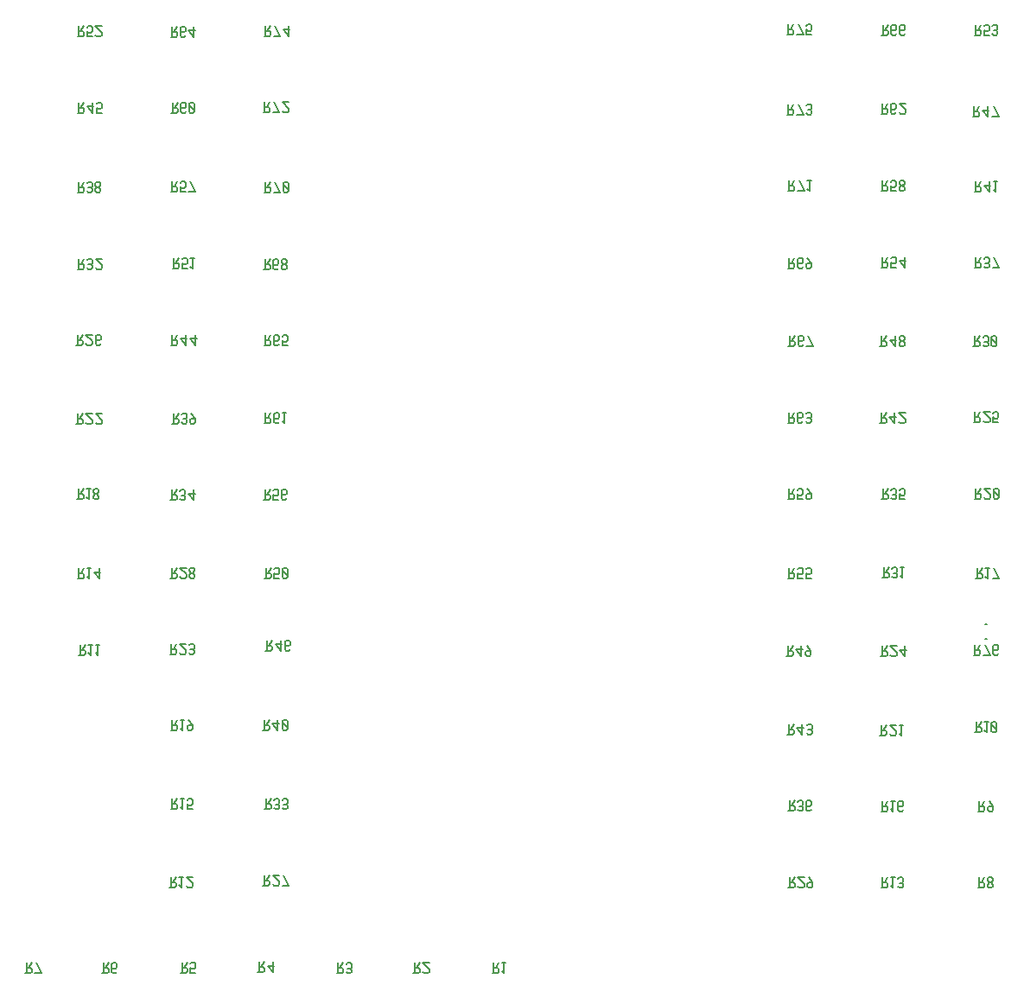
<source format=gbr>
G04 start of page 10 for group 12 layer_idx 9 *
G04 Title: liplight-art, bottom_silk *
G04 Creator: pcb-rnd 2.0.0 *
G04 CreationDate: 2018-08-04 21:30:55 UTC *
G04 For:  *
G04 Format: Gerber/RS-274X *
G04 PCB-Dimensions: 506299 506299 *
G04 PCB-Coordinate-Origin: lower left *
%MOIN*%
%FSLAX25Y25*%
%LNBOTTOMSILK*%
%ADD41C,0.0070*%
%ADD40C,0.0080*%
G54D40*X454587Y189606D02*X455373D01*
X454587Y195116D02*X455373D01*
G54D41*X104527Y422052D02*X106527D01*
X107027Y422552D01*
Y423552D01*
X106527Y424052D02*X107027Y423552D01*
X105027Y424052D02*X106527D01*
X105027Y422052D02*Y426052D01*
X105827Y424052D02*X107027Y426052D01*
X108227Y422052D02*X110227D01*
X108227D02*Y424052D01*
X108727Y423552D01*
X109727D01*
X110227Y424052D01*
Y425552D01*
X109727Y426052D02*X110227Y425552D01*
X108727Y426052D02*X109727D01*
X108227Y425552D02*X108727Y426052D01*
X111427Y422552D02*X111927Y422052D01*
X113427D01*
X113927Y422552D01*
Y423552D01*
X111427Y426052D02*X113927Y423552D01*
X111427Y426052D02*X113927D01*
X140531Y421868D02*X142531D01*
X143031Y422368D01*
Y423368D01*
X142531Y423868D02*X143031Y423368D01*
X141031Y423868D02*X142531D01*
X141031Y421868D02*Y425868D01*
X141831Y423868D02*X143031Y425868D01*
X145731Y421868D02*X146231Y422368D01*
X144731Y421868D02*X145731D01*
X144231Y422368D02*X144731Y421868D01*
X144231Y422368D02*Y425368D01*
X144731Y425868D01*
X145731Y423668D02*X146231Y424168D01*
X144231Y423668D02*X145731D01*
X144731Y425868D02*X145731D01*
X146231Y425368D01*
Y424168D02*Y425368D01*
X147431Y424368D02*X149431Y421868D01*
X147431Y424368D02*X149931D01*
X149431Y421868D02*Y425868D01*
X104527Y392524D02*X106527D01*
X107027Y393024D01*
Y394024D01*
X106527Y394524D02*X107027Y394024D01*
X105027Y394524D02*X106527D01*
X105027Y392524D02*Y396524D01*
X105827Y394524D02*X107027Y396524D01*
X108227Y395024D02*X110227Y392524D01*
X108227Y395024D02*X110727D01*
X110227Y392524D02*Y396524D01*
X111927Y392524D02*X113927D01*
X111927D02*Y394524D01*
X112427Y394024D01*
X113427D01*
X113927Y394524D01*
Y396024D01*
X113427Y396524D02*X113927Y396024D01*
X112427Y396524D02*X113427D01*
X111927Y396024D02*X112427Y396524D01*
X104564Y361852D02*X106564D01*
X107064Y362352D01*
Y363352D01*
X106564Y363852D02*X107064Y363352D01*
X105064Y363852D02*X106564D01*
X105064Y361852D02*Y365852D01*
X105864Y363852D02*X107064Y365852D01*
X108265Y362352D02*X108765Y361852D01*
X109765D01*
X110265Y362352D01*
X109765Y365852D02*X110265Y365352D01*
X108765Y365852D02*X109765D01*
X108265Y365352D02*X108765Y365852D01*
Y363652D02*X109765D01*
X110265Y362352D02*Y363152D01*
Y364152D02*Y365352D01*
Y364152D02*X109765Y363652D01*
X110265Y363152D02*X109765Y363652D01*
X111465Y365352D02*X111965Y365852D01*
X111465Y364552D02*Y365352D01*
Y364552D02*X112165Y363852D01*
X112765D01*
X113465Y364552D01*
Y365352D01*
X112965Y365852D02*X113465Y365352D01*
X111965Y365852D02*X112965D01*
X111465Y363152D02*X112165Y363852D01*
X111465Y362352D02*Y363152D01*
Y362352D02*X111965Y361852D01*
X112965D01*
X113465Y362352D01*
Y363152D01*
X112765Y363852D02*X113465Y363152D01*
X176543Y422146D02*X178543D01*
X179043Y422646D01*
Y423646D01*
X178543Y424146D02*X179043Y423646D01*
X177043Y424146D02*X178543D01*
X177043Y422146D02*Y426146D01*
X177843Y424146D02*X179043Y426146D01*
X180743D02*X182743Y422146D01*
X180243D02*X182743D01*
X183943Y424646D02*X185943Y422146D01*
X183943Y424646D02*X186443D01*
X185943Y422146D02*Y426146D01*
X140704Y392619D02*X142704D01*
X143204Y393119D01*
Y394119D01*
X142704Y394619D02*X143204Y394119D01*
X141204Y394619D02*X142704D01*
X141204Y392619D02*Y396619D01*
X142004Y394619D02*X143204Y396619D01*
X145904Y392619D02*X146404Y393119D01*
X144904Y392619D02*X145904D01*
X144404Y393119D02*X144904Y392619D01*
X144404Y393119D02*Y396119D01*
X144904Y396619D01*
X145904Y394419D02*X146404Y394919D01*
X144404Y394419D02*X145904D01*
X144904Y396619D02*X145904D01*
X146404Y396119D01*
Y394919D02*Y396119D01*
X147604D02*X148104Y396619D01*
X147604Y393119D02*Y396119D01*
Y393119D02*X148104Y392619D01*
X149104D01*
X149604Y393119D01*
Y396119D01*
X149104Y396619D02*X149604Y396119D01*
X148104Y396619D02*X149104D01*
X147604Y395619D02*X149604Y393619D01*
X176276Y392647D02*X178276D01*
X178776Y393147D01*
Y394147D01*
X178276Y394647D02*X178776Y394147D01*
X176776Y394647D02*X178276D01*
X176776Y392647D02*Y396647D01*
X177576Y394647D02*X178776Y396647D01*
X180476D02*X182476Y392647D01*
X179976D02*X182476D01*
X183676Y393147D02*X184176Y392647D01*
X185676D01*
X186176Y393147D01*
Y394147D01*
X183676Y396647D02*X186176Y394147D01*
X183676Y396647D02*X186176D01*
X378334Y391867D02*X380334D01*
X380834Y392367D01*
Y393367D01*
X380334Y393867D02*X380834Y393367D01*
X378834Y393867D02*X380334D01*
X378834Y391867D02*Y395867D01*
X379634Y393867D02*X380834Y395867D01*
X382534D02*X384534Y391867D01*
X382034D02*X384534D01*
X385734Y392367D02*X386234Y391867D01*
X387234D01*
X387734Y392367D01*
X387234Y395867D02*X387734Y395367D01*
X386234Y395867D02*X387234D01*
X385734Y395367D02*X386234Y395867D01*
Y393667D02*X387234D01*
X387734Y392367D02*Y393167D01*
Y394167D02*Y395367D01*
Y394167D02*X387234Y393667D01*
X387734Y393167D02*X387234Y393667D01*
X449976Y391055D02*X451976D01*
X452476Y391555D01*
Y392555D01*
X451976Y393055D02*X452476Y392555D01*
X450476Y393055D02*X451976D01*
X450476Y391055D02*Y395055D01*
X451276Y393055D02*X452476Y395055D01*
X453676Y393555D02*X455676Y391055D01*
X453676Y393555D02*X456176D01*
X455676Y391055D02*Y395055D01*
X457876D02*X459876Y391055D01*
X457376D02*X459876D01*
X414650Y392149D02*X416650D01*
X417150Y392649D01*
Y393649D01*
X416650Y394149D02*X417150Y393649D01*
X415150Y394149D02*X416650D01*
X415150Y392149D02*Y396149D01*
X415950Y394149D02*X417150Y396149D01*
X419850Y392149D02*X420350Y392649D01*
X418850Y392149D02*X419850D01*
X418350Y392649D02*X418850Y392149D01*
X418350Y392649D02*Y395649D01*
X418850Y396149D01*
X419850Y393949D02*X420350Y394449D01*
X418350Y393949D02*X419850D01*
X418850Y396149D02*X419850D01*
X420350Y395649D01*
Y394449D02*Y395649D01*
X421550Y392649D02*X422050Y392149D01*
X423550D01*
X424050Y392649D01*
Y393649D01*
X421550Y396149D02*X424050Y393649D01*
X421550Y396149D02*X424050D01*
X378329Y422776D02*X380329D01*
X380829Y423276D01*
Y424276D01*
X380329Y424776D02*X380829Y424276D01*
X378829Y424776D02*X380329D01*
X378829Y422776D02*Y426776D01*
X379629Y424776D02*X380829Y426776D01*
X382529D02*X384529Y422776D01*
X382029D02*X384529D01*
X385729D02*X387729D01*
X385729D02*Y424776D01*
X386229Y424276D01*
X387229D01*
X387729Y424776D01*
Y426276D01*
X387229Y426776D02*X387729Y426276D01*
X386229Y426776D02*X387229D01*
X385729Y426276D02*X386229Y426776D01*
X414820Y422605D02*X416820D01*
X417320Y423105D01*
Y424105D01*
X416820Y424605D02*X417320Y424105D01*
X415320Y424605D02*X416820D01*
X415320Y422605D02*Y426605D01*
X416120Y424605D02*X417320Y426605D01*
X420020Y422605D02*X420520Y423105D01*
X419020Y422605D02*X420020D01*
X418520Y423105D02*X419020Y422605D01*
X418520Y423105D02*Y426105D01*
X419020Y426605D01*
X420020Y424405D02*X420520Y424905D01*
X418520Y424405D02*X420020D01*
X419020Y426605D02*X420020D01*
X420520Y426105D01*
Y424905D02*Y426105D01*
X423220Y422605D02*X423720Y423105D01*
X422220Y422605D02*X423220D01*
X421720Y423105D02*X422220Y422605D01*
X421720Y423105D02*Y426105D01*
X422220Y426605D01*
X423220Y424405D02*X423720Y424905D01*
X421720Y424405D02*X423220D01*
X422220Y426605D02*X423220D01*
X423720Y426105D01*
Y424905D02*Y426105D01*
X450576Y422555D02*X452576D01*
X453076Y423055D01*
Y424055D01*
X452576Y424555D02*X453076Y424055D01*
X451076Y424555D02*X452576D01*
X451076Y422555D02*Y426555D01*
X451876Y424555D02*X453076Y426555D01*
X454276Y422555D02*X456276D01*
X454276D02*Y424555D01*
X454776Y424055D01*
X455776D01*
X456276Y424555D01*
Y426055D01*
X455776Y426555D02*X456276Y426055D01*
X454776Y426555D02*X455776D01*
X454276Y426055D02*X454776Y426555D01*
X457476Y423055D02*X457976Y422555D01*
X458976D01*
X459476Y423055D01*
X458976Y426555D02*X459476Y426055D01*
X457976Y426555D02*X458976D01*
X457476Y426055D02*X457976Y426555D01*
Y424355D02*X458976D01*
X459476Y423055D02*Y423855D01*
Y424855D02*Y426055D01*
Y424855D02*X458976Y424355D01*
X459476Y423855D02*X458976Y424355D01*
X140621Y361984D02*X142621D01*
X143121Y362484D01*
Y363484D01*
X142621Y363984D02*X143121Y363484D01*
X141121Y363984D02*X142621D01*
X141121Y361984D02*Y365984D01*
X141921Y363984D02*X143121Y365984D01*
X144321Y361984D02*X146321D01*
X144321D02*Y363984D01*
X144821Y363484D01*
X145821D01*
X146321Y363984D01*
Y365484D01*
X145821Y365984D02*X146321Y365484D01*
X144821Y365984D02*X145821D01*
X144321Y365484D02*X144821Y365984D01*
X148021D02*X150021Y361984D01*
X147521D02*X150021D01*
X176548Y361857D02*X178548D01*
X179048Y362357D01*
Y363357D01*
X178548Y363857D02*X179048Y363357D01*
X177048Y363857D02*X178548D01*
X177048Y361857D02*Y365857D01*
X177848Y363857D02*X179048Y365857D01*
X180748D02*X182748Y361857D01*
X180248D02*X182748D01*
X183948Y365357D02*X184448Y365857D01*
X183948Y362357D02*Y365357D01*
Y362357D02*X184448Y361857D01*
X185448D01*
X185948Y362357D01*
Y365357D01*
X185448Y365857D02*X185948Y365357D01*
X184448Y365857D02*X185448D01*
X183948Y364857D02*X185948Y362857D01*
X378679Y362316D02*X380679D01*
X381179Y362816D01*
Y363816D01*
X380679Y364316D02*X381179Y363816D01*
X379179Y364316D02*X380679D01*
X379179Y362316D02*Y366316D01*
X379979Y364316D02*X381179Y366316D01*
X382879D02*X384879Y362316D01*
X382379D02*X384879D01*
X386079Y363116D02*X386879Y362316D01*
Y366316D01*
X386079D02*X387579D01*
X414649Y362335D02*X416649D01*
X417149Y362835D01*
Y363835D01*
X416649Y364335D02*X417149Y363835D01*
X415149Y364335D02*X416649D01*
X415149Y362335D02*Y366335D01*
X415949Y364335D02*X417149Y366335D01*
X418349Y362335D02*X420349D01*
X418349D02*Y364335D01*
X418849Y363835D01*
X419849D01*
X420349Y364335D01*
Y365835D01*
X419849Y366335D02*X420349Y365835D01*
X418849Y366335D02*X419849D01*
X418349Y365835D02*X418849Y366335D01*
X421549Y365835D02*X422049Y366335D01*
X421549Y365035D02*Y365835D01*
Y365035D02*X422249Y364335D01*
X422849D01*
X423549Y365035D01*
Y365835D01*
X423049Y366335D02*X423549Y365835D01*
X422049Y366335D02*X423049D01*
X421549Y363635D02*X422249Y364335D01*
X421549Y362835D02*Y363635D01*
Y362835D02*X422049Y362335D01*
X423049D01*
X423549Y362835D01*
Y363635D01*
X422849Y364335D02*X423549Y363635D01*
X450576Y362064D02*X452576D01*
X453076Y362564D01*
Y363564D01*
X452576Y364064D02*X453076Y363564D01*
X451076Y364064D02*X452576D01*
X451076Y362064D02*Y366064D01*
X451876Y364064D02*X453076Y366064D01*
X454276Y364564D02*X456276Y362064D01*
X454276Y364564D02*X456776D01*
X456276Y362064D02*Y366064D01*
X457976Y362864D02*X458776Y362064D01*
Y366064D01*
X457976D02*X459476D01*
X104639Y332227D02*X106639D01*
X107139Y332727D01*
Y333727D01*
X106639Y334227D02*X107139Y333727D01*
X105139Y334227D02*X106639D01*
X105139Y332227D02*Y336227D01*
X105939Y334227D02*X107139Y336227D01*
X108339Y332727D02*X108839Y332227D01*
X109839D01*
X110339Y332727D01*
X109839Y336227D02*X110339Y335727D01*
X108839Y336227D02*X109839D01*
X108339Y335727D02*X108839Y336227D01*
Y334027D02*X109839D01*
X110339Y332727D02*Y333527D01*
Y334527D02*Y335727D01*
Y334527D02*X109839Y334027D01*
X110339Y333527D02*X109839Y334027D01*
X111539Y332727D02*X112039Y332227D01*
X113539D01*
X114039Y332727D01*
Y333727D01*
X111539Y336227D02*X114039Y333727D01*
X111539Y336227D02*X114039D01*
X141220Y332485D02*X143220D01*
X143720Y332985D01*
Y333985D01*
X143220Y334485D02*X143720Y333985D01*
X141720Y334485D02*X143220D01*
X141720Y332485D02*Y336485D01*
X142520Y334485D02*X143720Y336485D01*
X144920Y332485D02*X146920D01*
X144920D02*Y334485D01*
X145420Y333985D01*
X146420D01*
X146920Y334485D01*
Y335985D01*
X146420Y336485D02*X146920Y335985D01*
X145420Y336485D02*X146420D01*
X144920Y335985D02*X145420Y336485D01*
X148120Y333285D02*X148920Y332485D01*
Y336485D01*
X148120D02*X149620D01*
X104133Y302957D02*X106133D01*
X106633Y303457D01*
Y304457D01*
X106133Y304957D02*X106633Y304457D01*
X104633Y304957D02*X106133D01*
X104633Y302957D02*Y306957D01*
X105433Y304957D02*X106633Y306957D01*
X107833Y303457D02*X108333Y302957D01*
X109833D01*
X110333Y303457D01*
Y304457D01*
X107833Y306957D02*X110333Y304457D01*
X107833Y306957D02*X110333D01*
X113033Y302957D02*X113533Y303457D01*
X112033Y302957D02*X113033D01*
X111533Y303457D02*X112033Y302957D01*
X111533Y303457D02*Y306457D01*
X112033Y306957D01*
X113033Y304757D02*X113533Y305257D01*
X111533Y304757D02*X113033D01*
X112033Y306957D02*X113033D01*
X113533Y306457D01*
Y305257D02*Y306457D01*
X140630Y302957D02*X142630D01*
X143130Y303457D01*
Y304457D01*
X142630Y304957D02*X143130Y304457D01*
X141130Y304957D02*X142630D01*
X141130Y302957D02*Y306957D01*
X141930Y304957D02*X143130Y306957D01*
X144330Y305457D02*X146330Y302957D01*
X144330Y305457D02*X146830D01*
X146330Y302957D02*Y306957D01*
X148030Y305457D02*X150030Y302957D01*
X148030Y305457D02*X150530D01*
X150030Y302957D02*Y306957D01*
X104139Y272306D02*X106139D01*
X106639Y272806D01*
Y273806D01*
X106139Y274306D02*X106639Y273806D01*
X104639Y274306D02*X106139D01*
X104639Y272306D02*Y276306D01*
X105439Y274306D02*X106639Y276306D01*
X107839Y272806D02*X108339Y272306D01*
X109839D01*
X110339Y272806D01*
Y273806D01*
X107839Y276306D02*X110339Y273806D01*
X107839Y276306D02*X110339D01*
X111539Y272806D02*X112039Y272306D01*
X113539D01*
X114039Y272806D01*
Y273806D01*
X111539Y276306D02*X114039Y273806D01*
X111539Y276306D02*X114039D01*
X141061Y272568D02*X143061D01*
X143561Y273068D01*
Y274068D01*
X143061Y274568D02*X143561Y274068D01*
X141561Y274568D02*X143061D01*
X141561Y272568D02*Y276568D01*
X142361Y274568D02*X143561Y276568D01*
X144761Y273068D02*X145261Y272568D01*
X146261D01*
X146761Y273068D01*
X146261Y276568D02*X146761Y276068D01*
X145261Y276568D02*X146261D01*
X144761Y276068D02*X145261Y276568D01*
Y274368D02*X146261D01*
X146761Y273068D02*Y273868D01*
Y274868D02*Y276068D01*
Y274868D02*X146261Y274368D01*
X146761Y273868D02*X146261Y274368D01*
X148461Y276568D02*X149961Y274568D01*
Y273068D02*Y274568D01*
X149461Y272568D02*X149961Y273068D01*
X148461Y272568D02*X149461D01*
X147961Y273068D02*X148461Y272568D01*
X147961Y273068D02*Y274068D01*
X148461Y274568D01*
X149961D01*
X140465Y243051D02*X142465D01*
X142965Y243551D01*
Y244551D01*
X142465Y245051D02*X142965Y244551D01*
X140965Y245051D02*X142465D01*
X140965Y243051D02*Y247051D01*
X141765Y245051D02*X142965Y247051D01*
X144165Y243551D02*X144665Y243051D01*
X145665D01*
X146165Y243551D01*
X145665Y247051D02*X146165Y246551D01*
X144665Y247051D02*X145665D01*
X144165Y246551D02*X144665Y247051D01*
Y244851D02*X145665D01*
X146165Y243551D02*Y244351D01*
Y245351D02*Y246551D01*
Y245351D02*X145665Y244851D01*
X146165Y244351D02*X145665Y244851D01*
X147365Y245551D02*X149365Y243051D01*
X147365Y245551D02*X149865D01*
X149365Y243051D02*Y247051D01*
X104370Y243312D02*X106370D01*
X106870Y243812D01*
Y244812D01*
X106370Y245312D02*X106870Y244812D01*
X104870Y245312D02*X106370D01*
X104870Y243312D02*Y247312D01*
X105670Y245312D02*X106870Y247312D01*
X108070Y244112D02*X108870Y243312D01*
Y247312D01*
X108070D02*X109570D01*
X110770Y246812D02*X111270Y247312D01*
X110770Y246012D02*Y246812D01*
Y246012D02*X111470Y245312D01*
X112070D01*
X112770Y246012D01*
Y246812D01*
X112270Y247312D02*X112770Y246812D01*
X111270Y247312D02*X112270D01*
X110770Y244612D02*X111470Y245312D01*
X110770Y243812D02*Y244612D01*
Y243812D02*X111270Y243312D01*
X112270D01*
X112770Y243812D01*
Y244612D01*
X112070Y245312D02*X112770Y244612D01*
X140392Y212955D02*X142392D01*
X142892Y213455D01*
Y214455D01*
X142392Y214955D02*X142892Y214455D01*
X140892Y214955D02*X142392D01*
X140892Y212955D02*Y216955D01*
X141692Y214955D02*X142892Y216955D01*
X144092Y213455D02*X144592Y212955D01*
X146092D01*
X146592Y213455D01*
Y214455D01*
X144092Y216955D02*X146592Y214455D01*
X144092Y216955D02*X146592D01*
X147792Y216455D02*X148292Y216955D01*
X147792Y215655D02*Y216455D01*
Y215655D02*X148492Y214955D01*
X149092D01*
X149792Y215655D01*
Y216455D01*
X149292Y216955D02*X149792Y216455D01*
X148292Y216955D02*X149292D01*
X147792Y214255D02*X148492Y214955D01*
X147792Y213455D02*Y214255D01*
Y213455D02*X148292Y212955D01*
X149292D01*
X149792Y213455D01*
Y214255D01*
X149092Y214955D02*X149792Y214255D01*
X104590Y212781D02*X106590D01*
X107090Y213281D01*
Y214281D01*
X106590Y214781D02*X107090Y214281D01*
X105090Y214781D02*X106590D01*
X105090Y212781D02*Y216781D01*
X105890Y214781D02*X107090Y216781D01*
X108290Y213581D02*X109090Y212781D01*
Y216781D01*
X108290D02*X109790D01*
X110990Y215281D02*X112990Y212781D01*
X110990Y215281D02*X113490D01*
X112990Y212781D02*Y216781D01*
X105150Y183208D02*X107150D01*
X107650Y183708D01*
Y184708D01*
X107150Y185208D02*X107650Y184708D01*
X105650Y185208D02*X107150D01*
X105650Y183208D02*Y187208D01*
X106450Y185208D02*X107650Y187208D01*
X108850Y184008D02*X109650Y183208D01*
Y187208D01*
X108850D02*X110350D01*
X111550Y184008D02*X112350Y183208D01*
Y187208D01*
X111550D02*X113050D01*
X114111Y60386D02*X116111D01*
X116611Y60886D01*
Y61886D01*
X116111Y62386D02*X116611Y61886D01*
X114611Y62386D02*X116111D01*
X114611Y60386D02*Y64386D01*
X115411Y62386D02*X116611Y64386D01*
X119311Y60386D02*X119811Y60886D01*
X118311Y60386D02*X119311D01*
X117811Y60886D02*X118311Y60386D01*
X117811Y60886D02*Y63886D01*
X118311Y64386D01*
X119311Y62186D02*X119811Y62686D01*
X117811Y62186D02*X119311D01*
X118311Y64386D02*X119311D01*
X119811Y63886D01*
Y62686D02*Y63886D01*
X84448Y60331D02*X86448D01*
X86948Y60831D01*
Y61831D01*
X86448Y62331D02*X86948Y61831D01*
X84948Y62331D02*X86448D01*
X84948Y60331D02*Y64331D01*
X85748Y62331D02*X86948Y64331D01*
X88648D02*X90648Y60331D01*
X88148D02*X90648D01*
X140253Y183522D02*X142253D01*
X142753Y184022D01*
Y185022D01*
X142253Y185522D02*X142753Y185022D01*
X140753Y185522D02*X142253D01*
X140753Y183522D02*Y187522D01*
X141553Y185522D02*X142753Y187522D01*
X143953Y184022D02*X144453Y183522D01*
X145953D01*
X146453Y184022D01*
Y185022D01*
X143953Y187522D02*X146453Y185022D01*
X143953Y187522D02*X146453D01*
X147653Y184022D02*X148153Y183522D01*
X149153D01*
X149653Y184022D01*
X149153Y187522D02*X149653Y187022D01*
X148153Y187522D02*X149153D01*
X147653Y187022D02*X148153Y187522D01*
Y185322D02*X149153D01*
X149653Y184022D02*Y184822D01*
Y185822D02*Y187022D01*
Y185822D02*X149153Y185322D01*
X149653Y184822D02*X149153Y185322D01*
X140572Y154166D02*X142572D01*
X143072Y154666D01*
Y155666D01*
X142572Y156166D02*X143072Y155666D01*
X141072Y156166D02*X142572D01*
X141072Y154166D02*Y158166D01*
X141872Y156166D02*X143072Y158166D01*
X144272Y154966D02*X145072Y154166D01*
Y158166D01*
X144272D02*X145772D01*
X147472D02*X148972Y156166D01*
Y154666D02*Y156166D01*
X148472Y154166D02*X148972Y154666D01*
X147472Y154166D02*X148472D01*
X146972Y154666D02*X147472Y154166D01*
X146972Y154666D02*Y155666D01*
X147472Y156166D01*
X148972D01*
X140536Y123686D02*X142536D01*
X143036Y124186D01*
Y125186D01*
X142536Y125686D02*X143036Y125186D01*
X141036Y125686D02*X142536D01*
X141036Y123686D02*Y127686D01*
X141836Y125686D02*X143036Y127686D01*
X144236Y124486D02*X145036Y123686D01*
Y127686D01*
X144236D02*X145736D01*
X146936Y123686D02*X148936D01*
X146936D02*Y125686D01*
X147436Y125186D01*
X148436D01*
X148936Y125686D01*
Y127186D01*
X148436Y127686D02*X148936Y127186D01*
X147436Y127686D02*X148436D01*
X146936Y127186D02*X147436Y127686D01*
X140137Y93551D02*X142137D01*
X142637Y94051D01*
Y95051D01*
X142137Y95551D02*X142637Y95051D01*
X140637Y95551D02*X142137D01*
X140637Y93551D02*Y97551D01*
X141437Y95551D02*X142637Y97551D01*
X143837Y94351D02*X144637Y93551D01*
Y97551D01*
X143837D02*X145337D01*
X146537Y94051D02*X147037Y93551D01*
X148537D01*
X149037Y94051D01*
Y95051D01*
X146537Y97551D02*X149037Y95051D01*
X146537Y97551D02*X149037D01*
X144476Y60562D02*X146476D01*
X146976Y61062D01*
Y62062D01*
X146476Y62562D02*X146976Y62062D01*
X144976Y62562D02*X146476D01*
X144976Y60562D02*Y64562D01*
X145776Y62562D02*X146976Y64562D01*
X148176Y60562D02*X150176D01*
X148176D02*Y62562D01*
X148676Y62062D01*
X149676D01*
X150176Y62562D01*
Y64062D01*
X149676Y64562D02*X150176Y64062D01*
X148676Y64562D02*X149676D01*
X148176Y64062D02*X148676Y64562D01*
X176452Y332079D02*X178452D01*
X178952Y332579D01*
Y333579D01*
X178452Y334079D02*X178952Y333579D01*
X176952Y334079D02*X178452D01*
X176952Y332079D02*Y336079D01*
X177752Y334079D02*X178952Y336079D01*
X181652Y332079D02*X182152Y332579D01*
X180652Y332079D02*X181652D01*
X180152Y332579D02*X180652Y332079D01*
X180152Y332579D02*Y335579D01*
X180652Y336079D01*
X181652Y333879D02*X182152Y334379D01*
X180152Y333879D02*X181652D01*
X180652Y336079D02*X181652D01*
X182152Y335579D01*
Y334379D02*Y335579D01*
X183352D02*X183852Y336079D01*
X183352Y334779D02*Y335579D01*
Y334779D02*X184052Y334079D01*
X184652D01*
X185352Y334779D01*
Y335579D01*
X184852Y336079D02*X185352Y335579D01*
X183852Y336079D02*X184852D01*
X183352Y333379D02*X184052Y334079D01*
X183352Y332579D02*Y333379D01*
Y332579D02*X183852Y332079D01*
X184852D01*
X185352Y332579D01*
Y333379D01*
X184652Y334079D02*X185352Y333379D01*
X176632Y302678D02*X178632D01*
X179132Y303178D01*
Y304178D01*
X178632Y304678D02*X179132Y304178D01*
X177132Y304678D02*X178632D01*
X177132Y302678D02*Y306678D01*
X177932Y304678D02*X179132Y306678D01*
X181832Y302678D02*X182332Y303178D01*
X180832Y302678D02*X181832D01*
X180332Y303178D02*X180832Y302678D01*
X180332Y303178D02*Y306178D01*
X180832Y306678D01*
X181832Y304478D02*X182332Y304978D01*
X180332Y304478D02*X181832D01*
X180832Y306678D02*X181832D01*
X182332Y306178D01*
Y304978D02*Y306178D01*
X183532Y302678D02*X185532D01*
X183532D02*Y304678D01*
X184032Y304178D01*
X185032D01*
X185532Y304678D01*
Y306178D01*
X185032Y306678D02*X185532Y306178D01*
X184032Y306678D02*X185032D01*
X183532Y306178D02*X184032Y306678D01*
X176687Y272679D02*X178687D01*
X179187Y273179D01*
Y274179D01*
X178687Y274679D02*X179187Y274179D01*
X177187Y274679D02*X178687D01*
X177187Y272679D02*Y276679D01*
X177987Y274679D02*X179187Y276679D01*
X181887Y272679D02*X182387Y273179D01*
X180887Y272679D02*X181887D01*
X180387Y273179D02*X180887Y272679D01*
X180387Y273179D02*Y276179D01*
X180887Y276679D01*
X181887Y274479D02*X182387Y274979D01*
X180387Y274479D02*X181887D01*
X180887Y276679D02*X181887D01*
X182387Y276179D01*
Y274979D02*Y276179D01*
X183587Y273479D02*X184387Y272679D01*
Y276679D01*
X183587D02*X185087D01*
X176360Y243172D02*X178360D01*
X178860Y243672D01*
Y244672D01*
X178360Y245172D02*X178860Y244672D01*
X176860Y245172D02*X178360D01*
X176860Y243172D02*Y247172D01*
X177660Y245172D02*X178860Y247172D01*
X180060Y243172D02*X182060D01*
X180060D02*Y245172D01*
X180560Y244672D01*
X181560D01*
X182060Y245172D01*
Y246672D01*
X181560Y247172D02*X182060Y246672D01*
X180560Y247172D02*X181560D01*
X180060Y246672D02*X180560Y247172D01*
X184760Y243172D02*X185260Y243672D01*
X183760Y243172D02*X184760D01*
X183260Y243672D02*X183760Y243172D01*
X183260Y243672D02*Y246672D01*
X183760Y247172D01*
X184760Y244972D02*X185260Y245472D01*
X183260Y244972D02*X184760D01*
X183760Y247172D02*X184760D01*
X185260Y246672D01*
Y245472D02*Y246672D01*
X176781Y212957D02*X178781D01*
X179281Y213457D01*
Y214457D01*
X178781Y214957D02*X179281Y214457D01*
X177281Y214957D02*X178781D01*
X177281Y212957D02*Y216957D01*
X178081Y214957D02*X179281Y216957D01*
X180482Y212957D02*X182482D01*
X180482D02*Y214957D01*
X180982Y214457D01*
X181982D01*
X182482Y214957D01*
Y216457D01*
X181982Y216957D02*X182482Y216457D01*
X180982Y216957D02*X181982D01*
X180482Y216457D02*X180982Y216957D01*
X183682Y216457D02*X184182Y216957D01*
X183682Y213457D02*Y216457D01*
Y213457D02*X184182Y212957D01*
X185182D01*
X185682Y213457D01*
Y216457D01*
X185182Y216957D02*X185682Y216457D01*
X184182Y216957D02*X185182D01*
X183682Y215957D02*X185682Y213957D01*
X177173Y184890D02*X179173D01*
X179673Y185390D01*
Y186390D01*
X179173Y186890D02*X179673Y186390D01*
X177673Y186890D02*X179173D01*
X177673Y184890D02*Y188890D01*
X178473Y186890D02*X179673Y188890D01*
X180873Y187390D02*X182873Y184890D01*
X180873Y187390D02*X183373D01*
X182873Y184890D02*Y188890D01*
X186073Y184890D02*X186573Y185390D01*
X185073Y184890D02*X186073D01*
X184573Y185390D02*X185073Y184890D01*
X184573Y185390D02*Y188390D01*
X185073Y188890D01*
X186073Y186690D02*X186573Y187190D01*
X184573Y186690D02*X186073D01*
X185073Y188890D02*X186073D01*
X186573Y188390D01*
Y187190D02*Y188390D01*
X176145Y154143D02*X178145D01*
X178645Y154643D01*
Y155643D01*
X178145Y156143D02*X178645Y155643D01*
X176645Y156143D02*X178145D01*
X176645Y154143D02*Y158143D01*
X177445Y156143D02*X178645Y158143D01*
X179845Y156643D02*X181845Y154143D01*
X179845Y156643D02*X182345D01*
X181845Y154143D02*Y158143D01*
X183545Y157643D02*X184045Y158143D01*
X183545Y154643D02*Y157643D01*
Y154643D02*X184045Y154143D01*
X185045D01*
X185545Y154643D01*
Y157643D01*
X185045Y158143D02*X185545Y157643D01*
X184045Y158143D02*X185045D01*
X183545Y157143D02*X185545Y155143D01*
X176707Y123702D02*X178707D01*
X179207Y124202D01*
Y125202D01*
X178707Y125702D02*X179207Y125202D01*
X177207Y125702D02*X178707D01*
X177207Y123702D02*Y127702D01*
X178007Y125702D02*X179207Y127702D01*
X180407Y124202D02*X180907Y123702D01*
X181907D01*
X182407Y124202D01*
X181907Y127702D02*X182407Y127202D01*
X180907Y127702D02*X181907D01*
X180407Y127202D02*X180907Y127702D01*
Y125502D02*X181907D01*
X182407Y124202D02*Y125002D01*
Y126002D02*Y127202D01*
Y126002D02*X181907Y125502D01*
X182407Y125002D02*X181907Y125502D01*
X183607Y124202D02*X184107Y123702D01*
X185107D01*
X185607Y124202D01*
X185107Y127702D02*X185607Y127202D01*
X184107Y127702D02*X185107D01*
X183607Y127202D02*X184107Y127702D01*
Y125502D02*X185107D01*
X185607Y124202D02*Y125002D01*
Y126002D02*Y127202D01*
Y126002D02*X185107Y125502D01*
X185607Y125002D02*X185107Y125502D01*
X378743Y123026D02*X380743D01*
X381243Y123526D01*
Y124526D01*
X380743Y125026D02*X381243Y124526D01*
X379243Y125026D02*X380743D01*
X379243Y123026D02*Y127026D01*
X380043Y125026D02*X381243Y127026D01*
X382443Y123526D02*X382943Y123026D01*
X383943D01*
X384443Y123526D01*
X383943Y127026D02*X384443Y126526D01*
X382943Y127026D02*X383943D01*
X382443Y126526D02*X382943Y127026D01*
Y124826D02*X383943D01*
X384443Y123526D02*Y124326D01*
Y125326D02*Y126526D01*
Y125326D02*X383943Y124826D01*
X384443Y124326D02*X383943Y124826D01*
X387143Y123026D02*X387643Y123526D01*
X386143Y123026D02*X387143D01*
X385643Y123526D02*X386143Y123026D01*
X385643Y123526D02*Y126526D01*
X386143Y127026D01*
X387143Y124826D02*X387643Y125326D01*
X385643Y124826D02*X387143D01*
X386143Y127026D02*X387143D01*
X387643Y126526D01*
Y125326D02*Y126526D01*
X414666Y122855D02*X416666D01*
X417166Y123355D01*
Y124355D01*
X416666Y124855D02*X417166Y124355D01*
X415166Y124855D02*X416666D01*
X415166Y122855D02*Y126855D01*
X415966Y124855D02*X417166Y126855D01*
X418366Y123655D02*X419166Y122855D01*
Y126855D01*
X418366D02*X419866D01*
X422566Y122855D02*X423066Y123355D01*
X421566Y122855D02*X422566D01*
X421066Y123355D02*X421566Y122855D01*
X421066Y123355D02*Y126355D01*
X421566Y126855D01*
X422566Y124655D02*X423066Y125155D01*
X421066Y124655D02*X422566D01*
X421566Y126855D02*X422566D01*
X423066Y126355D01*
Y125155D02*Y126355D01*
X378474Y152520D02*X380474D01*
X380974Y153020D01*
Y154020D01*
X380474Y154520D02*X380974Y154020D01*
X378974Y154520D02*X380474D01*
X378974Y152520D02*Y156520D01*
X379774Y154520D02*X380974Y156520D01*
X382174Y155020D02*X384174Y152520D01*
X382174Y155020D02*X384674D01*
X384174Y152520D02*Y156520D01*
X385874Y153020D02*X386374Y152520D01*
X387374D01*
X387874Y153020D01*
X387374Y156520D02*X387874Y156020D01*
X386374Y156520D02*X387374D01*
X385874Y156020D02*X386374Y156520D01*
Y154320D02*X387374D01*
X387874Y153020D02*Y153820D01*
Y154820D02*Y156020D01*
Y154820D02*X387374Y154320D01*
X387874Y153820D02*X387374Y154320D01*
X414181Y152155D02*X416181D01*
X416681Y152655D01*
Y153655D01*
X416181Y154155D02*X416681Y153655D01*
X414681Y154155D02*X416181D01*
X414681Y152155D02*Y156155D01*
X415481Y154155D02*X416681Y156155D01*
X417881Y152655D02*X418381Y152155D01*
X419881D01*
X420381Y152655D01*
Y153655D01*
X417881Y156155D02*X420381Y153655D01*
X417881Y156155D02*X420381D01*
X421582Y152955D02*X422382Y152155D01*
Y156155D01*
X421582D02*X423082D01*
X378076Y182855D02*X380076D01*
X380576Y183355D01*
Y184355D01*
X380076Y184855D02*X380576Y184355D01*
X378576Y184855D02*X380076D01*
X378576Y182855D02*Y186855D01*
X379376Y184855D02*X380576Y186855D01*
X381776Y185355D02*X383776Y182855D01*
X381776Y185355D02*X384276D01*
X383776Y182855D02*Y186855D01*
X385976D02*X387476Y184855D01*
Y183355D02*Y184855D01*
X386976Y182855D02*X387476Y183355D01*
X385976Y182855D02*X386976D01*
X385476Y183355D02*X385976Y182855D01*
X385476Y183355D02*Y184355D01*
X385976Y184855D01*
X387476D01*
X414358Y182776D02*X416358D01*
X416858Y183276D01*
Y184276D01*
X416358Y184776D02*X416858Y184276D01*
X414858Y184776D02*X416358D01*
X414858Y182776D02*Y186776D01*
X415658Y184776D02*X416858Y186776D01*
X418058Y183276D02*X418558Y182776D01*
X420058D01*
X420558Y183276D01*
Y184276D01*
X418058Y186776D02*X420558Y184276D01*
X418058Y186776D02*X420558D01*
X421758Y185276D02*X423758Y182776D01*
X421758Y185276D02*X424258D01*
X423758Y182776D02*Y186776D01*
X450526Y243576D02*X452526D01*
X453026Y244076D01*
Y245076D01*
X452526Y245576D02*X453026Y245076D01*
X451026Y245576D02*X452526D01*
X451026Y243576D02*Y247576D01*
X451826Y245576D02*X453026Y247576D01*
X454226Y244076D02*X454726Y243576D01*
X456226D01*
X456726Y244076D01*
Y245076D01*
X454226Y247576D02*X456726Y245076D01*
X454226Y247576D02*X456726D01*
X457926Y247076D02*X458426Y247576D01*
X457926Y244076D02*Y247076D01*
Y244076D02*X458426Y243576D01*
X459426D01*
X459926Y244076D01*
Y247076D01*
X459426Y247576D02*X459926Y247076D01*
X458426Y247576D02*X459426D01*
X457926Y246576D02*X459926Y244576D01*
X450352Y272992D02*X452352D01*
X452852Y273492D01*
Y274492D01*
X452352Y274992D02*X452852Y274492D01*
X450852Y274992D02*X452352D01*
X450852Y272992D02*Y276992D01*
X451652Y274992D02*X452852Y276992D01*
X454052Y273492D02*X454552Y272992D01*
X456052D01*
X456552Y273492D01*
Y274492D01*
X454052Y276992D02*X456552Y274492D01*
X454052Y276992D02*X456552D01*
X457752Y272992D02*X459752D01*
X457752D02*Y274992D01*
X458252Y274492D01*
X459252D01*
X459752Y274992D01*
Y276492D01*
X459252Y276992D02*X459752Y276492D01*
X458252Y276992D02*X459252D01*
X457752Y276492D02*X458252Y276992D01*
X450623Y332755D02*X452623D01*
X453123Y333255D01*
Y334255D01*
X452623Y334755D02*X453123Y334255D01*
X451123Y334755D02*X452623D01*
X451123Y332755D02*Y336755D01*
X451923Y334755D02*X453123Y336755D01*
X454323Y333255D02*X454823Y332755D01*
X455823D01*
X456323Y333255D01*
X455823Y336755D02*X456323Y336255D01*
X454823Y336755D02*X455823D01*
X454323Y336255D02*X454823Y336755D01*
Y334555D02*X455823D01*
X456323Y333255D02*Y334055D01*
Y335055D02*Y336255D01*
Y335055D02*X455823Y334555D01*
X456323Y334055D02*X455823Y334555D01*
X458023Y336755D02*X460023Y332755D01*
X457523D02*X460023D01*
X451124Y212792D02*X453124D01*
X453624Y213292D01*
Y214292D01*
X453124Y214792D02*X453624Y214292D01*
X451624Y214792D02*X453124D01*
X451624Y212792D02*Y216792D01*
X452424Y214792D02*X453624Y216792D01*
X454824Y213592D02*X455624Y212792D01*
Y216792D01*
X454824D02*X456324D01*
X458024D02*X460024Y212792D01*
X457524D02*X460024D01*
X450778Y153306D02*X452778D01*
X453278Y153806D01*
Y154806D01*
X452778Y155306D02*X453278Y154806D01*
X451278Y155306D02*X452778D01*
X451278Y153306D02*Y157306D01*
X452078Y155306D02*X453278Y157306D01*
X454478Y154106D02*X455278Y153306D01*
Y157306D01*
X454478D02*X455978D01*
X457178Y156806D02*X457678Y157306D01*
X457178Y153806D02*Y156806D01*
Y153806D02*X457678Y153306D01*
X458678D01*
X459178Y153806D01*
Y156806D01*
X458678Y157306D02*X459178Y156806D01*
X457678Y157306D02*X458678D01*
X457178Y156306D02*X459178Y154306D01*
X452007Y122870D02*X454007D01*
X454507Y123370D01*
Y124370D01*
X454007Y124870D02*X454507Y124370D01*
X452507Y124870D02*X454007D01*
X452507Y122870D02*Y126870D01*
X453307Y124870D02*X454507Y126870D01*
X456207D02*X457707Y124870D01*
Y123370D02*Y124870D01*
X457207Y122870D02*X457707Y123370D01*
X456207Y122870D02*X457207D01*
X455707Y123370D02*X456207Y122870D01*
X455707Y123370D02*Y124370D01*
X456207Y124870D01*
X457707D01*
X450330Y183211D02*X452330D01*
X452830Y183711D01*
Y184711D01*
X452330Y185211D02*X452830Y184711D01*
X450830Y185211D02*X452330D01*
X450830Y183211D02*Y187211D01*
X451630Y185211D02*X452830Y187211D01*
X454530D02*X456530Y183211D01*
X454030D02*X456530D01*
X459230D02*X459730Y183711D01*
X458230Y183211D02*X459230D01*
X457730Y183711D02*X458230Y183211D01*
X457730Y183711D02*Y186711D01*
X458230Y187211D01*
X459230Y185011D02*X459730Y185511D01*
X457730Y185011D02*X459230D01*
X458230Y187211D02*X459230D01*
X459730Y186711D01*
Y185511D02*Y186711D01*
X450167Y302302D02*X452167D01*
X452667Y302802D01*
Y303802D01*
X452167Y304302D02*X452667Y303802D01*
X450667Y304302D02*X452167D01*
X450667Y302302D02*Y306302D01*
X451467Y304302D02*X452667Y306302D01*
X453867Y302802D02*X454367Y302302D01*
X455367D01*
X455867Y302802D01*
X455367Y306302D02*X455867Y305802D01*
X454367Y306302D02*X455367D01*
X453867Y305802D02*X454367Y306302D01*
Y304102D02*X455367D01*
X455867Y302802D02*Y303602D01*
Y304602D02*Y305802D01*
Y304602D02*X455367Y304102D01*
X455867Y303602D02*X455367Y304102D01*
X457067Y305802D02*X457567Y306302D01*
X457067Y302802D02*Y305802D01*
Y302802D02*X457567Y302302D01*
X458567D01*
X459067Y302802D01*
Y305802D01*
X458567Y306302D02*X459067Y305802D01*
X457567Y306302D02*X458567D01*
X457067Y305302D02*X459067Y303302D01*
X415029Y213054D02*X417029D01*
X417529Y213554D01*
Y214554D01*
X417029Y215054D02*X417529Y214554D01*
X415529Y215054D02*X417029D01*
X415529Y213054D02*Y217054D01*
X416329Y215054D02*X417529Y217054D01*
X418729Y213554D02*X419229Y213054D01*
X420229D01*
X420729Y213554D01*
X420229Y217054D02*X420729Y216554D01*
X419229Y217054D02*X420229D01*
X418729Y216554D02*X419229Y217054D01*
Y214854D02*X420229D01*
X420729Y213554D02*Y214354D01*
Y215354D02*Y216554D01*
Y215354D02*X420229Y214854D01*
X420729Y214354D02*X420229Y214854D01*
X421929Y213854D02*X422729Y213054D01*
Y217054D01*
X421929D02*X423429D01*
X414114Y272725D02*X416114D01*
X416614Y273225D01*
Y274225D01*
X416114Y274725D02*X416614Y274225D01*
X414614Y274725D02*X416114D01*
X414614Y272725D02*Y276725D01*
X415414Y274725D02*X416614Y276725D01*
X417814Y275225D02*X419814Y272725D01*
X417814Y275225D02*X420314D01*
X419814Y272725D02*Y276725D01*
X421514Y273225D02*X422014Y272725D01*
X423514D01*
X424014Y273225D01*
Y274225D01*
X421514Y276725D02*X424014Y274225D01*
X421514Y276725D02*X424014D01*
X414181Y302455D02*X416181D01*
X416681Y302955D01*
Y303955D01*
X416181Y304455D02*X416681Y303955D01*
X414681Y304455D02*X416181D01*
X414681Y302455D02*Y306455D01*
X415481Y304455D02*X416681Y306455D01*
X417881Y304955D02*X419881Y302455D01*
X417881Y304955D02*X420381D01*
X419881Y302455D02*Y306455D01*
X421582Y305955D02*X422082Y306455D01*
X421582Y305155D02*Y305955D01*
Y305155D02*X422282Y304455D01*
X422882D01*
X423582Y305155D01*
Y305955D01*
X423082Y306455D02*X423582Y305955D01*
X422082Y306455D02*X423082D01*
X421582Y303755D02*X422282Y304455D01*
X421582Y302955D02*Y303755D01*
Y302955D02*X422082Y302455D01*
X423082D01*
X423582Y302955D01*
Y303755D01*
X422882Y304455D02*X423582Y303755D01*
X414681Y332855D02*X416681D01*
X417181Y333355D01*
Y334355D01*
X416681Y334855D02*X417181Y334355D01*
X415181Y334855D02*X416681D01*
X415181Y332855D02*Y336855D01*
X415981Y334855D02*X417181Y336855D01*
X418381Y332855D02*X420381D01*
X418381D02*Y334855D01*
X418881Y334355D01*
X419881D01*
X420381Y334855D01*
Y336355D01*
X419881Y336855D02*X420381Y336355D01*
X418881Y336855D02*X419881D01*
X418381Y336355D02*X418881Y336855D01*
X421582Y335355D02*X423582Y332855D01*
X421582Y335355D02*X424082D01*
X423582Y332855D02*Y336855D01*
X378676Y212855D02*X380676D01*
X381176Y213355D01*
Y214355D01*
X380676Y214855D02*X381176Y214355D01*
X379176Y214855D02*X380676D01*
X379176Y212855D02*Y216855D01*
X379976Y214855D02*X381176Y216855D01*
X382376Y212855D02*X384376D01*
X382376D02*Y214855D01*
X382876Y214355D01*
X383876D01*
X384376Y214855D01*
Y216355D01*
X383876Y216855D02*X384376Y216355D01*
X382876Y216855D02*X383876D01*
X382376Y216355D02*X382876Y216855D01*
X385576Y212855D02*X387576D01*
X385576D02*Y214855D01*
X386076Y214355D01*
X387076D01*
X387576Y214855D01*
Y216355D01*
X387076Y216855D02*X387576Y216355D01*
X386076Y216855D02*X387076D01*
X385576Y216355D02*X386076Y216855D01*
X378650Y272949D02*X380650D01*
X381150Y273449D01*
Y274449D01*
X380650Y274949D02*X381150Y274449D01*
X379150Y274949D02*X380650D01*
X379150Y272949D02*Y276949D01*
X379950Y274949D02*X381150Y276949D01*
X383850Y272949D02*X384350Y273449D01*
X382850Y272949D02*X383850D01*
X382350Y273449D02*X382850Y272949D01*
X382350Y273449D02*Y276449D01*
X382850Y276949D01*
X383850Y274749D02*X384350Y275249D01*
X382350Y274749D02*X383850D01*
X382850Y276949D02*X383850D01*
X384350Y276449D01*
Y275249D02*Y276449D01*
X385550Y273449D02*X386050Y272949D01*
X387050D01*
X387550Y273449D01*
X387050Y276949D02*X387550Y276449D01*
X386050Y276949D02*X387050D01*
X385550Y276449D02*X386050Y276949D01*
Y274749D02*X387050D01*
X387550Y273449D02*Y274249D01*
Y275249D02*Y276449D01*
Y275249D02*X387050Y274749D01*
X387550Y274249D02*X387050Y274749D01*
X378822Y302509D02*X380822D01*
X381322Y303009D01*
Y304009D01*
X380822Y304509D02*X381322Y304009D01*
X379322Y304509D02*X380822D01*
X379322Y302509D02*Y306509D01*
X380122Y304509D02*X381322Y306509D01*
X384022Y302509D02*X384522Y303009D01*
X383022Y302509D02*X384022D01*
X382522Y303009D02*X383022Y302509D01*
X382522Y303009D02*Y306009D01*
X383022Y306509D01*
X384022Y304309D02*X384522Y304809D01*
X382522Y304309D02*X384022D01*
X383022Y306509D02*X384022D01*
X384522Y306009D01*
Y304809D02*Y306009D01*
X386222Y306509D02*X388222Y302509D01*
X385722D02*X388222D01*
X378661Y332632D02*X380661D01*
X381161Y333132D01*
Y334132D01*
X380661Y334632D02*X381161Y334132D01*
X379161Y334632D02*X380661D01*
X379161Y332632D02*Y336632D01*
X379961Y334632D02*X381161Y336632D01*
X383861Y332632D02*X384361Y333132D01*
X382861Y332632D02*X383861D01*
X382361Y333132D02*X382861Y332632D01*
X382361Y333132D02*Y336132D01*
X382861Y336632D01*
X383861Y334432D02*X384361Y334932D01*
X382361Y334432D02*X383861D01*
X382861Y336632D02*X383861D01*
X384361Y336132D01*
Y334932D02*Y336132D01*
X386061Y336632D02*X387561Y334632D01*
Y333132D02*Y334632D01*
X387061Y332632D02*X387561Y333132D01*
X386061Y332632D02*X387061D01*
X385561Y333132D02*X386061Y332632D01*
X385561Y333132D02*Y334132D01*
X386061Y334632D01*
X387561D01*
X378650Y243449D02*X380650D01*
X381150Y243949D01*
Y244949D01*
X380650Y245449D02*X381150Y244949D01*
X379150Y245449D02*X380650D01*
X379150Y243449D02*Y247449D01*
X379950Y245449D02*X381150Y247449D01*
X382350Y243449D02*X384350D01*
X382350D02*Y245449D01*
X382850Y244949D01*
X383850D01*
X384350Y245449D01*
Y246949D01*
X383850Y247449D02*X384350Y246949D01*
X382850Y247449D02*X383850D01*
X382350Y246949D02*X382850Y247449D01*
X386050D02*X387550Y245449D01*
Y243949D02*Y245449D01*
X387050Y243449D02*X387550Y243949D01*
X386050Y243449D02*X387050D01*
X385550Y243949D02*X386050Y243449D01*
X385550Y243949D02*Y244949D01*
X386050Y245449D01*
X387550D01*
X414817Y243387D02*X416817D01*
X417317Y243887D01*
Y244887D01*
X416817Y245387D02*X417317Y244887D01*
X415317Y245387D02*X416817D01*
X415317Y243387D02*Y247387D01*
X416117Y245387D02*X417317Y247387D01*
X418517Y243887D02*X419017Y243387D01*
X420017D01*
X420517Y243887D01*
X420017Y247387D02*X420517Y246887D01*
X419017Y247387D02*X420017D01*
X418517Y246887D02*X419017Y247387D01*
Y245187D02*X420017D01*
X420517Y243887D02*Y244687D01*
Y245687D02*Y246887D01*
Y245687D02*X420017Y245187D01*
X420517Y244687D02*X420017Y245187D01*
X421717Y243387D02*X423717D01*
X421717D02*Y245387D01*
X422217Y244887D01*
X423217D01*
X423717Y245387D01*
Y246887D01*
X423217Y247387D02*X423717Y246887D01*
X422217Y247387D02*X423217D01*
X421717Y246887D02*X422217Y247387D01*
X176159Y94283D02*X178159D01*
X178659Y94783D01*
Y95783D01*
X178159Y96283D02*X178659Y95783D01*
X176659Y96283D02*X178159D01*
X176659Y94283D02*Y98283D01*
X177459Y96283D02*X178659Y98283D01*
X179859Y94783D02*X180359Y94283D01*
X181859D01*
X182359Y94783D01*
Y95783D01*
X179859Y98283D02*X182359Y95783D01*
X179859Y98283D02*X182359D01*
X184059D02*X186059Y94283D01*
X183559D02*X186059D01*
X378705Y93379D02*X380705D01*
X381205Y93879D01*
Y94879D01*
X380705Y95379D02*X381205Y94879D01*
X379205Y95379D02*X380705D01*
X379205Y93379D02*Y97379D01*
X380005Y95379D02*X381205Y97379D01*
X382405Y93879D02*X382905Y93379D01*
X384405D01*
X384905Y93879D01*
Y94879D01*
X382405Y97379D02*X384905Y94879D01*
X382405Y97379D02*X384905D01*
X386605D02*X388105Y95379D01*
Y93879D02*Y95379D01*
X387605Y93379D02*X388105Y93879D01*
X386605Y93379D02*X387605D01*
X386105Y93879D02*X386605Y93379D01*
X386105Y93879D02*Y94879D01*
X386605Y95379D01*
X388105D01*
X414659Y93417D02*X416659D01*
X417159Y93917D01*
Y94917D01*
X416659Y95417D02*X417159Y94917D01*
X415159Y95417D02*X416659D01*
X415159Y93417D02*Y97417D01*
X415959Y95417D02*X417159Y97417D01*
X418359Y94217D02*X419159Y93417D01*
Y97417D01*
X418359D02*X419859D01*
X421059Y93917D02*X421559Y93417D01*
X422559D01*
X423059Y93917D01*
X422559Y97417D02*X423059Y96917D01*
X421559Y97417D02*X422559D01*
X421059Y96917D02*X421559Y97417D01*
Y95217D02*X422559D01*
X423059Y93917D02*Y94717D01*
Y95717D02*Y96917D01*
Y95717D02*X422559Y95217D01*
X423059Y94717D02*X422559Y95217D01*
X451895Y93333D02*X453895D01*
X454395Y93833D01*
Y94833D01*
X453895Y95333D02*X454395Y94833D01*
X452395Y95333D02*X453895D01*
X452395Y93333D02*Y97333D01*
X453195Y95333D02*X454395Y97333D01*
X455595Y96833D02*X456095Y97333D01*
X455595Y96033D02*Y96833D01*
Y96033D02*X456295Y95333D01*
X456895D01*
X457595Y96033D01*
Y96833D01*
X457095Y97333D02*X457595Y96833D01*
X456095Y97333D02*X457095D01*
X455595Y94633D02*X456295Y95333D01*
X455595Y93833D02*Y94633D01*
Y93833D02*X456095Y93333D01*
X457095D01*
X457595Y93833D01*
Y94633D01*
X456895Y95333D02*X457595Y94633D01*
X264567Y60331D02*X266567D01*
X267067Y60831D01*
Y61831D01*
X266567Y62331D02*X267067Y61831D01*
X265067Y62331D02*X266567D01*
X265067Y60331D02*Y64331D01*
X265867Y62331D02*X267067Y64331D01*
X268267Y61131D02*X269067Y60331D01*
Y64331D01*
X268267D02*X269767D01*
X234055Y60331D02*X236055D01*
X236555Y60831D01*
Y61831D01*
X236055Y62331D02*X236555Y61831D01*
X234555Y62331D02*X236055D01*
X234555Y60331D02*Y64331D01*
X235355Y62331D02*X236555Y64331D01*
X237755Y60831D02*X238255Y60331D01*
X239755D01*
X240255Y60831D01*
Y61831D01*
X237755Y64331D02*X240255Y61831D01*
X237755Y64331D02*X240255D01*
X204527Y60331D02*X206527D01*
X207027Y60831D01*
Y61831D01*
X206527Y62331D02*X207027Y61831D01*
X205027Y62331D02*X206527D01*
X205027Y60331D02*Y64331D01*
X205827Y62331D02*X207027Y64331D01*
X208227Y60831D02*X208727Y60331D01*
X209727D01*
X210227Y60831D01*
X209727Y64331D02*X210227Y63831D01*
X208727Y64331D02*X209727D01*
X208227Y63831D02*X208727Y64331D01*
Y62131D02*X209727D01*
X210227Y60831D02*Y61631D01*
Y62631D02*Y63831D01*
Y62631D02*X209727Y62131D01*
X210227Y61631D02*X209727Y62131D01*
X174170Y60729D02*X176170D01*
X176670Y61229D01*
Y62229D01*
X176170Y62729D02*X176670Y62229D01*
X174670Y62729D02*X176170D01*
X174670Y60729D02*Y64729D01*
X175470Y62729D02*X176670Y64729D01*
X177870Y63229D02*X179870Y60729D01*
X177870Y63229D02*X180370D01*
X179870Y60729D02*Y64729D01*
M02*

</source>
